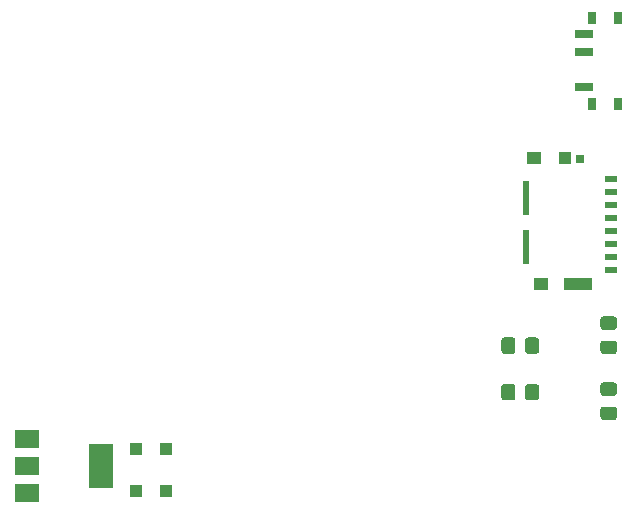
<source format=gbr>
%TF.GenerationSoftware,KiCad,Pcbnew,(5.1.8-0-10_14)*%
%TF.CreationDate,2021-05-17T09:41:11-06:00*%
%TF.ProjectId,bluescsi_iigs_internal,626c7565-7363-4736-995f-696967735f69,rev?*%
%TF.SameCoordinates,Original*%
%TF.FileFunction,Paste,Top*%
%TF.FilePolarity,Positive*%
%FSLAX46Y46*%
G04 Gerber Fmt 4.6, Leading zero omitted, Abs format (unit mm)*
G04 Created by KiCad (PCBNEW (5.1.8-0-10_14)) date 2021-05-17 09:41:11*
%MOMM*%
%LPD*%
G01*
G04 APERTURE LIST*
%ADD10R,0.550000X2.910000*%
%ADD11R,2.390000X1.050000*%
%ADD12R,1.200000X1.050000*%
%ADD13R,1.080000X1.050000*%
%ADD14R,0.780000X0.720000*%
%ADD15R,1.000000X0.500000*%
%ADD16R,1.000000X1.000000*%
%ADD17R,2.000000X1.500000*%
%ADD18R,2.000000X3.800000*%
%ADD19R,1.500000X0.700000*%
%ADD20R,0.800000X1.000000*%
G04 APERTURE END LIST*
D10*
%TO.C,J3*%
X177524000Y-77388000D03*
X177524000Y-73198000D03*
D11*
X181954000Y-80509000D03*
D12*
X178769000Y-80509000D03*
X178199000Y-69859000D03*
D13*
X180809000Y-69859000D03*
D14*
X182079000Y-69874000D03*
D15*
X184759000Y-79334000D03*
X184759000Y-78234000D03*
X184759000Y-77134000D03*
X184759000Y-76034000D03*
X184759000Y-74934000D03*
X184759000Y-73834000D03*
X184759000Y-72734000D03*
X184759000Y-71634000D03*
%TD*%
D16*
%TO.C,D4*%
X144546000Y-94488000D03*
X147046000Y-94488000D03*
%TD*%
%TO.C,D3*%
X144546000Y-98044000D03*
X147046000Y-98044000D03*
%TD*%
D17*
%TO.C,U4*%
X135280000Y-93585000D03*
X135280000Y-98185000D03*
X135280000Y-95885000D03*
D18*
X141580000Y-95885000D03*
%TD*%
D19*
%TO.C,SW1*%
X182466000Y-63845000D03*
X182466000Y-60845000D03*
X182466000Y-59345000D03*
D20*
X185326000Y-65245000D03*
X185326000Y-57945000D03*
X183116000Y-57945000D03*
X183116000Y-65245000D03*
%TD*%
%TO.C,D2*%
G36*
G01*
X184981001Y-89974000D02*
X184080999Y-89974000D01*
G75*
G02*
X183831000Y-89724001I0J249999D01*
G01*
X183831000Y-89073999D01*
G75*
G02*
X184080999Y-88824000I249999J0D01*
G01*
X184981001Y-88824000D01*
G75*
G02*
X185231000Y-89073999I0J-249999D01*
G01*
X185231000Y-89724001D01*
G75*
G02*
X184981001Y-89974000I-249999J0D01*
G01*
G37*
G36*
G01*
X184981001Y-92024000D02*
X184080999Y-92024000D01*
G75*
G02*
X183831000Y-91774001I0J249999D01*
G01*
X183831000Y-91123999D01*
G75*
G02*
X184080999Y-90874000I249999J0D01*
G01*
X184981001Y-90874000D01*
G75*
G02*
X185231000Y-91123999I0J-249999D01*
G01*
X185231000Y-91774001D01*
G75*
G02*
X184981001Y-92024000I-249999J0D01*
G01*
G37*
%TD*%
%TO.C,D1*%
G36*
G01*
X184981001Y-84386000D02*
X184080999Y-84386000D01*
G75*
G02*
X183831000Y-84136001I0J249999D01*
G01*
X183831000Y-83485999D01*
G75*
G02*
X184080999Y-83236000I249999J0D01*
G01*
X184981001Y-83236000D01*
G75*
G02*
X185231000Y-83485999I0J-249999D01*
G01*
X185231000Y-84136001D01*
G75*
G02*
X184981001Y-84386000I-249999J0D01*
G01*
G37*
G36*
G01*
X184981001Y-86436000D02*
X184080999Y-86436000D01*
G75*
G02*
X183831000Y-86186001I0J249999D01*
G01*
X183831000Y-85535999D01*
G75*
G02*
X184080999Y-85286000I249999J0D01*
G01*
X184981001Y-85286000D01*
G75*
G02*
X185231000Y-85535999I0J-249999D01*
G01*
X185231000Y-86186001D01*
G75*
G02*
X184981001Y-86436000I-249999J0D01*
G01*
G37*
%TD*%
%TO.C,R2*%
G36*
G01*
X176638000Y-89211999D02*
X176638000Y-90112001D01*
G75*
G02*
X176388001Y-90362000I-249999J0D01*
G01*
X175687999Y-90362000D01*
G75*
G02*
X175438000Y-90112001I0J249999D01*
G01*
X175438000Y-89211999D01*
G75*
G02*
X175687999Y-88962000I249999J0D01*
G01*
X176388001Y-88962000D01*
G75*
G02*
X176638000Y-89211999I0J-249999D01*
G01*
G37*
G36*
G01*
X178638000Y-89211999D02*
X178638000Y-90112001D01*
G75*
G02*
X178388001Y-90362000I-249999J0D01*
G01*
X177687999Y-90362000D01*
G75*
G02*
X177438000Y-90112001I0J249999D01*
G01*
X177438000Y-89211999D01*
G75*
G02*
X177687999Y-88962000I249999J0D01*
G01*
X178388001Y-88962000D01*
G75*
G02*
X178638000Y-89211999I0J-249999D01*
G01*
G37*
%TD*%
%TO.C,R1*%
G36*
G01*
X177438000Y-86175001D02*
X177438000Y-85274999D01*
G75*
G02*
X177687999Y-85025000I249999J0D01*
G01*
X178388001Y-85025000D01*
G75*
G02*
X178638000Y-85274999I0J-249999D01*
G01*
X178638000Y-86175001D01*
G75*
G02*
X178388001Y-86425000I-249999J0D01*
G01*
X177687999Y-86425000D01*
G75*
G02*
X177438000Y-86175001I0J249999D01*
G01*
G37*
G36*
G01*
X175438000Y-86175001D02*
X175438000Y-85274999D01*
G75*
G02*
X175687999Y-85025000I249999J0D01*
G01*
X176388001Y-85025000D01*
G75*
G02*
X176638000Y-85274999I0J-249999D01*
G01*
X176638000Y-86175001D01*
G75*
G02*
X176388001Y-86425000I-249999J0D01*
G01*
X175687999Y-86425000D01*
G75*
G02*
X175438000Y-86175001I0J249999D01*
G01*
G37*
%TD*%
M02*

</source>
